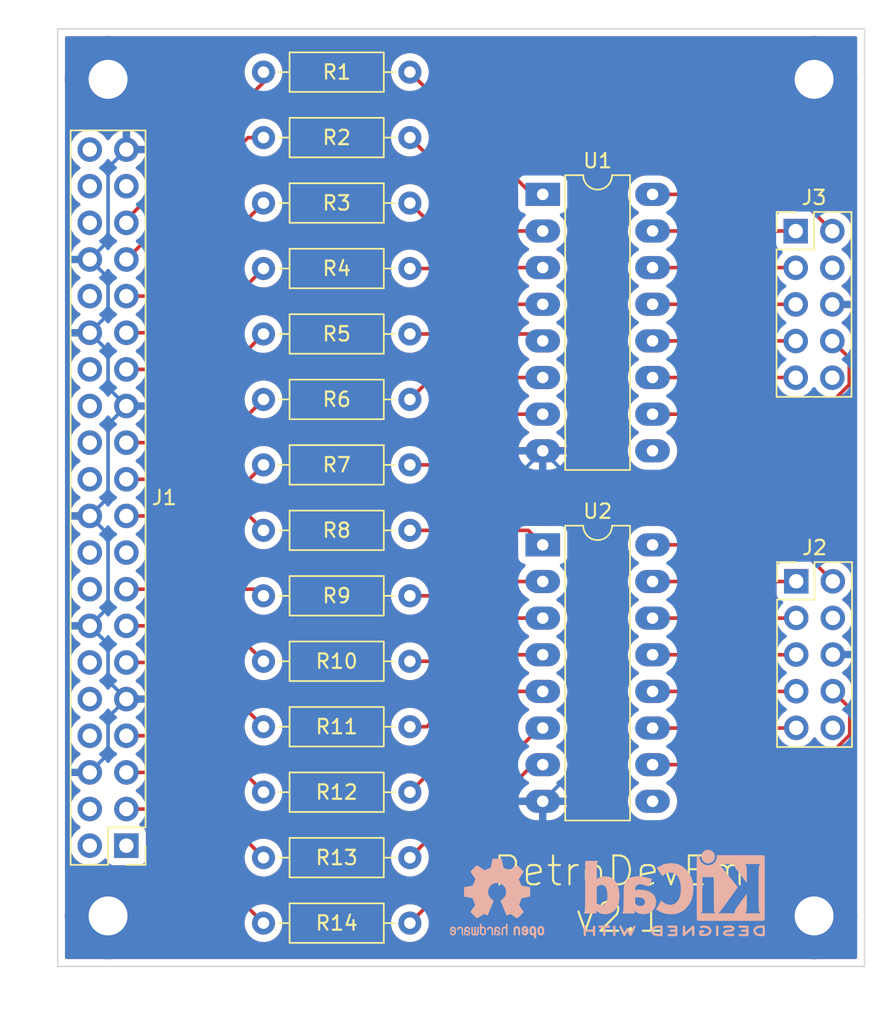
<source format=kicad_pcb>
(kicad_pcb (version 20211014) (generator pcbnew)
  (title_block (title "RetroDevEm") (date "2024-05-05") (rev "v2.1"))
  (layers (0 "F.Cu" signal) (31 "B.Cu" signal) (34 "B.Paste" user) (35 "F.Paste" user) (36 "B.SilkS" user "B.Silkscreen") (37 "F.SilkS" user "F.Silkscreen") (38 "B.Mask" user) (39 "F.Mask" user) (44 "Edge.Cuts" user))
  (net 0 "")
  (net 3 "Net-(J1-Pad3)")
  (net 5 "Net-(J1-Pad5)")
  (net 6 "GND")
  (net 7 "Net-(J1-Pad7)")
  (net 10 "Net-(J1-Pad11)")
  (net 12 "Net-(J1-Pad13)")
  (net 13 "Net-(J1-Pad15)")
  (net 17 "Net-(J1-Pad19)")
  (net 18 "Net-(J1-Pad21)")
  (net 20 "Net-(J1-Pad23)")
  (net 23 "Net-(J1-Pad27)")
  (net 25 "Net-(J1-Pad29)")
  (net 26 "Net-(J1-Pad31)")
  (net 28 "Net-(J1-Pad33)")
  (net 29 "Net-(J1-Pad35)")
  (net 33 "Net-(J2-Pad1)")
  (net 35 "Net-(J2-Pad2)")
  (net 36 "Net-(J2-Pad3)")
  (net 38 "Net-(J2-Pad5)")
  (net 39 "Net-(J2-Pad7)")
  (net 40 "Net-(J2-Pad8)")
  (net 42 "Net-(J2-Pad9)")
  (net 44 "Net-(J3-Pad1)")
  (net 45 "Net-(J3-Pad2)")
  (net 46 "Net-(J3-Pad3)")
  (net 47 "Net-(J3-Pad7)")
  (net 48 "Net-(J3-Pad5)")
  (net 49 "Net-(J3-Pad8)")
  (net 50 "Net-(R13-Pad2)")
  (net 52 "Net-(R1-Pad2)")
  (net 53 "Net-(R2-Pad2)")
  (net 54 "Net-(R3-Pad2)")
  (net 55 "Net-(R4-Pad2)")
  (net 56 "Net-(R5-Pad2)")
  (net 57 "Net-(R6-Pad2)")
  (net 58 "Net-(R7-Pad2)")
  (net 59 "Net-(R8-Pad2)")
  (net 60 "Net-(R9-Pad2)")
  (net 61 "Net-(R10-Pad2)")
  (net 62 "Net-(R11-Pad2)")
  (net 63 "Net-(R12-Pad2)")
  (net 64 "Net-(R14-Pad2)")
  (net 65 "Net-(J3-Pad9)")
  (footprint "Resistor_THT:R_Axial_DIN0207_L6.3mm_D2.5mm_P10.16mm_Horizontal" (layer "F.Cu") (at 114.286666 107.461532)
    (fp_text reference "R13" (at 5.08 0) (layer "F.SilkS"))
    (fp_text value "R")
    (pad "1" thru_hole circle (at 0 0) (size 1.6 1.6) (drill 0.8) (layers *.Cu *.Mask) (net 5 "Net-(J1-Pad5)"))
    (pad "2" thru_hole oval (at 10.16 0) (size 1.6 1.6) (drill 0.8) (layers *.Cu *.Mask) (net 50 "Net-(R13-Pad2)"))
  )
  (footprint "Resistor_THT:R_Axial_DIN0207_L6.3mm_D2.5mm_P10.16mm_Horizontal" (layer "F.Cu") (at 114.286666 98.38461)
    (fp_text reference "R11" (at 5.08 0) (layer "F.SilkS"))
    (fp_text value "R")
    (pad "1" thru_hole circle (at 0 0) (size 1.6 1.6) (drill 0.8) (layers *.Cu *.Mask) (net 10 "Net-(J1-Pad11)"))
    (pad "2" thru_hole oval (at 10.16 0) (size 1.6 1.6) (drill 0.8) (layers *.Cu *.Mask) (net 62 "Net-(R11-Pad2)"))
  )
  (footprint "Package_DIP:DIP-16_W7.62mm_LongPads" (layer "F.Cu") (at 133.666666 61.475)
    (fp_text reference "U1" (at 3.81 -2.33) (layer "F.SilkS"))
    (fp_text value "ULN2003A")
    (pad "1" thru_hole rect (at 0 0) (size 2.4 1.6) (drill 0.8) (layers *.Cu *.Mask) (net 52 "Net-(R1-Pad2)"))
    (pad "2" thru_hole oval (at 0 2.54) (size 2.4 1.6) (drill 0.8) (layers *.Cu *.Mask) (net 53 "Net-(R2-Pad2)"))
    (pad "3" thru_hole oval (at 0 5.08) (size 2.4 1.6) (drill 0.8) (layers *.Cu *.Mask) (net 54 "Net-(R3-Pad2)"))
    (pad "4" thru_hole oval (at 0 7.62) (size 2.4 1.6) (drill 0.8) (layers *.Cu *.Mask) (net 55 "Net-(R4-Pad2)"))
    (pad "5" thru_hole oval (at 0 10.16) (size 2.4 1.6) (drill 0.8) (layers *.Cu *.Mask) (net 56 "Net-(R5-Pad2)"))
    (pad "6" thru_hole oval (at 0 12.7) (size 2.4 1.6) (drill 0.8) (layers *.Cu *.Mask) (net 57 "Net-(R6-Pad2)"))
    (pad "7" thru_hole oval (at 0 15.24) (size 2.4 1.6) (drill 0.8) (layers *.Cu *.Mask) (net 58 "Net-(R7-Pad2)"))
    (pad "8" thru_hole oval (at 0 17.78) (size 2.4 1.6) (drill 0.8) (layers *.Cu *.Mask) (net 6 "GND"))
    (pad "9" thru_hole oval (at 7.62 17.78) (size 2.4 1.6) (drill 0.8) (layers *.Cu *.Mask))
    (pad "10" thru_hole oval (at 7.62 15.24) (size 2.4 1.6) (drill 0.8) (layers *.Cu *.Mask) (net 49 "Net-(J3-Pad8)"))
    (pad "11" thru_hole oval (at 7.62 12.7) (size 2.4 1.6) (drill 0.8) (layers *.Cu *.Mask) (net 65 "Net-(J3-Pad9)"))
    (pad "12" thru_hole oval (at 7.62 10.16) (size 2.4 1.6) (drill 0.8) (layers *.Cu *.Mask) (net 47 "Net-(J3-Pad7)"))
    (pad "13" thru_hole oval (at 7.62 7.62) (size 2.4 1.6) (drill 0.8) (layers *.Cu *.Mask) (net 48 "Net-(J3-Pad5)"))
    (pad "14" thru_hole oval (at 7.62 5.08) (size 2.4 1.6) (drill 0.8) (layers *.Cu *.Mask) (net 46 "Net-(J3-Pad3)"))
    (pad "15" thru_hole oval (at 7.62 2.54) (size 2.4 1.6) (drill 0.8) (layers *.Cu *.Mask) (net 44 "Net-(J3-Pad1)"))
    (pad "16" thru_hole oval (at 7.62 0) (size 2.4 1.6) (drill 0.8) (layers *.Cu *.Mask) (net 45 "Net-(J3-Pad2)"))
  )
  (footprint "Connector_PinHeader_2.54mm:PinHeader_2x05_P2.54mm_Vertical" (layer "F.Cu") (at 151.225 64.025)
    (fp_text reference "J3" (at 1.27 -2.33) (layer "F.SilkS"))
    (fp_text value "Joy 2")
    (pad "1" thru_hole rect (at 0 0) (size 1.7 1.7) (drill 1) (layers *.Cu *.Mask) (net 44 "Net-(J3-Pad1)"))
    (pad "2" thru_hole oval (at 2.54 0) (size 1.7 1.7) (drill 1) (layers *.Cu *.Mask) (net 45 "Net-(J3-Pad2)"))
    (pad "3" thru_hole oval (at 0 2.54) (size 1.7 1.7) (drill 1) (layers *.Cu *.Mask) (net 46 "Net-(J3-Pad3)"))
    (pad "4" thru_hole oval (at 2.54 2.54) (size 1.7 1.7) (drill 1) (layers *.Cu *.Mask))
    (pad "5" thru_hole oval (at 0 5.08) (size 1.7 1.7) (drill 1) (layers *.Cu *.Mask) (net 48 "Net-(J3-Pad5)"))
    (pad "6" thru_hole oval (at 2.54 5.08) (size 1.7 1.7) (drill 1) (layers *.Cu *.Mask) (net 6 "GND"))
    (pad "7" thru_hole oval (at 0 7.62) (size 1.7 1.7) (drill 1) (layers *.Cu *.Mask) (net 47 "Net-(J3-Pad7)"))
    (pad "8" thru_hole oval (at 2.54 7.62) (size 1.7 1.7) (drill 1) (layers *.Cu *.Mask) (net 49 "Net-(J3-Pad8)"))
    (pad "9" thru_hole oval (at 0 10.16) (size 1.7 1.7) (drill 1) (layers *.Cu *.Mask) (net 65 "Net-(J3-Pad9)"))
    (pad "10" thru_hole oval (at 2.54 10.16) (size 1.7 1.7) (drill 1) (layers *.Cu *.Mask))
  )
  (footprint "Resistor_THT:R_Axial_DIN0207_L6.3mm_D2.5mm_P10.16mm_Horizontal" (layer "F.Cu") (at 114.286666 57.538461)
    (fp_text reference "R2" (at 5.08 0) (layer "F.SilkS"))
    (fp_text value "R")
    (pad "1" thru_hole circle (at 0 0) (size 1.6 1.6) (drill 0.8) (layers *.Cu *.Mask) (net 28 "Net-(J1-Pad33)"))
    (pad "2" thru_hole oval (at 10.16 0) (size 1.6 1.6) (drill 0.8) (layers *.Cu *.Mask) (net 53 "Net-(R2-Pad2)"))
  )
  (footprint "Resistor_THT:R_Axial_DIN0207_L6.3mm_D2.5mm_P10.16mm_Horizontal" (layer "F.Cu") (at 114.286666 80.230766)
    (fp_text reference "R7" (at 5.08 0) (layer "F.SilkS"))
    (fp_text value "R")
    (pad "1" thru_hole circle (at 0 0) (size 1.6 1.6) (drill 0.8) (layers *.Cu *.Mask) (net 18 "Net-(J1-Pad21)"))
    (pad "2" thru_hole oval (at 10.16 0) (size 1.6 1.6) (drill 0.8) (layers *.Cu *.Mask) (net 58 "Net-(R7-Pad2)"))
  )
  (footprint "Resistor_THT:R_Axial_DIN0207_L6.3mm_D2.5mm_P10.16mm_Horizontal" (layer "F.Cu") (at 114.286666 53)
    (fp_text reference "R1" (at 5.08 0) (layer "F.SilkS"))
    (fp_text value "R")
    (pad "1" thru_hole circle (at 0 0) (size 1.6 1.6) (drill 0.8) (layers *.Cu *.Mask) (net 29 "Net-(J1-Pad35)"))
    (pad "2" thru_hole oval (at 10.16 0) (size 1.6 1.6) (drill 0.8) (layers *.Cu *.Mask) (net 52 "Net-(R1-Pad2)"))
  )
  (footprint "Resistor_THT:R_Axial_DIN0207_L6.3mm_D2.5mm_P10.16mm_Horizontal" (layer "F.Cu") (at 114.286666 93.846149)
    (fp_text reference "R10" (at 5.08 0) (layer "F.SilkS"))
    (fp_text value "R")
    (pad "1" thru_hole circle (at 0 0) (size 1.6 1.6) (drill 0.8) (layers *.Cu *.Mask) (net 12 "Net-(J1-Pad13)"))
    (pad "2" thru_hole oval (at 10.16 0) (size 1.6 1.6) (drill 0.8) (layers *.Cu *.Mask) (net 61 "Net-(R10-Pad2)"))
  )
  (footprint "Resistor_THT:R_Axial_DIN0207_L6.3mm_D2.5mm_P10.16mm_Horizontal" (layer "F.Cu") (at 114.286666 89.307688)
    (fp_text reference "R9" (at 5.08 0) (layer "F.SilkS"))
    (fp_text value "R")
    (pad "1" thru_hole circle (at 0 0) (size 1.6 1.6) (drill 0.8) (layers *.Cu *.Mask) (net 13 "Net-(J1-Pad15)"))
    (pad "2" thru_hole oval (at 10.16 0) (size 1.6 1.6) (drill 0.8) (layers *.Cu *.Mask) (net 60 "Net-(R9-Pad2)"))
  )
  (footprint "Connector_PinHeader_2.54mm:PinHeader_2x05_P2.54mm_Vertical" (layer "F.Cu") (at 151.26 88.3)
    (fp_text reference "J2" (at 1.27 -2.33) (layer "F.SilkS"))
    (fp_text value "Mouse / Joy 1")
    (pad "1" thru_hole rect (at 0 0) (size 1.7 1.7) (drill 1) (layers *.Cu *.Mask) (net 33 "Net-(J2-Pad1)"))
    (pad "2" thru_hole oval (at 2.54 0) (size 1.7 1.7) (drill 1) (layers *.Cu *.Mask) (net 35 "Net-(J2-Pad2)"))
    (pad "3" thru_hole oval (at 0 2.54) (size 1.7 1.7) (drill 1) (layers *.Cu *.Mask) (net 36 "Net-(J2-Pad3)"))
    (pad "4" thru_hole oval (at 2.54 2.54) (size 1.7 1.7) (drill 1) (layers *.Cu *.Mask))
    (pad "5" thru_hole oval (at 0 5.08) (size 1.7 1.7) (drill 1) (layers *.Cu *.Mask) (net 38 "Net-(J2-Pad5)"))
    (pad "6" thru_hole oval (at 2.54 5.08) (size 1.7 1.7) (drill 1) (layers *.Cu *.Mask) (net 6 "GND"))
    (pad "7" thru_hole oval (at 0 7.62) (size 1.7 1.7) (drill 1) (layers *.Cu *.Mask) (net 39 "Net-(J2-Pad7)"))
    (pad "8" thru_hole oval (at 2.54 7.62) (size 1.7 1.7) (drill 1) (layers *.Cu *.Mask) (net 40 "Net-(J2-Pad8)"))
    (pad "9" thru_hole oval (at 0 10.16) (size 1.7 1.7) (drill 1) (layers *.Cu *.Mask) (net 42 "Net-(J2-Pad9)"))
    (pad "10" thru_hole oval (at 2.54 10.16) (size 1.7 1.7) (drill 1) (layers *.Cu *.Mask))
  )
  (footprint "Resistor_THT:R_Axial_DIN0207_L6.3mm_D2.5mm_P10.16mm_Horizontal" (layer "F.Cu") (at 114.286666 66.615383)
    (fp_text reference "R4" (at 5.08 0) (layer "F.SilkS"))
    (fp_text value "R")
    (pad "1" thru_hole circle (at 0 0) (size 1.6 1.6) (drill 0.8) (layers *.Cu *.Mask) (net 25 "Net-(J1-Pad29)"))
    (pad "2" thru_hole oval (at 10.16 0) (size 1.6 1.6) (drill 0.8) (layers *.Cu *.Mask) (net 55 "Net-(R4-Pad2)"))
  )
  (footprint "Resistor_THT:R_Axial_DIN0207_L6.3mm_D2.5mm_P10.16mm_Horizontal" (layer "F.Cu") (at 114.286666 84.769227)
    (fp_text reference "R8" (at 5.08 0) (layer "F.SilkS"))
    (fp_text value "R")
    (pad "1" thru_hole circle (at 0 0) (size 1.6 1.6) (drill 0.8) (layers *.Cu *.Mask) (net 17 "Net-(J1-Pad19)"))
    (pad "2" thru_hole oval (at 10.16 0) (size 1.6 1.6) (drill 0.8) (layers *.Cu *.Mask) (net 59 "Net-(R8-Pad2)"))
  )
  (footprint "Connector_PinHeader_2.54mm:PinHeader_2x20_P2.54mm_Vertical" (layer "F.Cu") (at 104.77 106.63 180)
    (fp_text reference "J1" (at -2.63 24.13) (layer "F.SilkS"))
    (fp_text value "RPI conn")
    (pad "1" thru_hole rect (at 0 0 180) (size 1.7 1.7) (drill 1) (layers *.Cu *.Mask))
    (pad "2" thru_hole oval (at 2.54 0 180) (size 1.7 1.7) (drill 1) (layers *.Cu *.Mask))
    (pad "3" thru_hole oval (at 0 2.54 180) (size 1.7 1.7) (drill 1) (layers *.Cu *.Mask) (net 3 "Net-(J1-Pad3)"))
    (pad "4" thru_hole oval (at 2.54 2.54 180) (size 1.7 1.7) (drill 1) (layers *.Cu *.Mask))
    (pad "5" thru_hole oval (at 0 5.08 180) (size 1.7 1.7) (drill 1) (layers *.Cu *.Mask) (net 5 "Net-(J1-Pad5)"))
    (pad "6" thru_hole oval (at 2.54 5.08 180) (size 1.7 1.7) (drill 1) (layers *.Cu *.Mask) (net 6 "GND"))
    (pad "7" thru_hole oval (at 0 7.62 180) (size 1.7 1.7) (drill 1) (layers *.Cu *.Mask) (net 7 "Net-(J1-Pad7)"))
    (pad "8" thru_hole oval (at 2.54 7.62 180) (size 1.7 1.7) (drill 1) (layers *.Cu *.Mask))
    (pad "9" thru_hole oval (at 0 10.16 180) (size 1.7 1.7) (drill 1) (layers *.Cu *.Mask) (net 6 "GND"))
    (pad "10" thru_hole oval (at 2.54 10.16 180) (size 1.7 1.7) (drill 1) (layers *.Cu *.Mask))
    (pad "11" thru_hole oval (at 0 12.7 180) (size 1.7 1.7) (drill 1) (layers *.Cu *.Mask) (net 10 "Net-(J1-Pad11)"))
    (pad "12" thru_hole oval (at 2.54 12.7 180) (size 1.7 1.7) (drill 1) (layers *.Cu *.Mask))
    (pad "13" thru_hole oval (at 0 15.24 180) (size 1.7 1.7) (drill 1) (layers *.Cu *.Mask) (net 12 "Net-(J1-Pad13)"))
    (pad "14" thru_hole oval (at 2.54 15.24 180) (size 1.7 1.7) (drill 1) (layers *.Cu *.Mask) (net 6 "GND"))
    (pad "15" thru_hole oval (at 0 17.78 180) (size 1.7 1.7) (drill 1) (layers *.Cu *.Mask) (net 13 "Net-(J1-Pad15)"))
    (pad "16" thru_hole oval (at 2.54 17.78 180) (size 1.7 1.7) (drill 1) (layers *.Cu *.Mask))
    (pad "17" thru_hole oval (at 0 20.32 180) (size 1.7 1.7) (drill 1) (layers *.Cu *.Mask))
    (pad "18" thru_hole oval (at 2.54 20.32 180) (size 1.7 1.7) (drill 1) (layers *.Cu *.Mask))
    (pad "19" thru_hole oval (at 0 22.86 180) (size 1.7 1.7) (drill 1) (layers *.Cu *.Mask) (net 17 "Net-(J1-Pad19)"))
    (pad "20" thru_hole oval (at 2.54 22.86 180) (size 1.7 1.7) (drill 1) (layers *.Cu *.Mask) (net 6 "GND"))
    (pad "21" thru_hole oval (at 0 25.4 180) (size 1.7 1.7) (drill 1) (layers *.Cu *.Mask) (net 18 "Net-(J1-Pad21)"))
    (pad "22" thru_hole oval (at 2.54 25.4 180) (size 1.7 1.7) (drill 1) (layers *.Cu *.Mask))
    (pad "23" thru_hole oval (at 0 27.94 180) (size 1.7 1.7) (drill 1) (layers *.Cu *.Mask) (net 20 "Net-(J1-Pad23)"))
    (pad "24" thru_hole oval (at 2.54 27.94 180) (size 1.7 1.7) (drill 1) (layers *.Cu *.Mask))
    (pad "25" thru_hole oval (at 0 30.48 180) (size 1.7 1.7) (drill 1) (layers *.Cu *.Mask) (net 6 "GND"))
    (pad "26" thru_hole oval (at 2.54 30.48 180) (size 1.7 1.7) (drill 1) (layers *.Cu *.Mask))
    (pad "27" thru_hole oval (at 0 33.02 180) (size 1.7 1.7) (drill 1) (layers *.Cu *.Mask) (net 23 "Net-(J1-Pad27)"))
    (pad "28" thru_hole oval (at 2.54 33.02 180) (size 1.7 1.7) (drill 1) (layers *.Cu *.Mask))
    (pad "29" thru_hole oval (at 0 35.56 180) (size 1.7 1.7) (drill 1) (layers *.Cu *.Mask) (net 25 "Net-(J1-Pad29)"))
    (pad "30" thru_hole oval (at 2.54 35.56 180) (size 1.7 1.7) (drill 1) (layers *.Cu *.Mask) (net 6 "GND"))
    (pad "31" thru_hole oval (at 0 38.1 180) (size 1.7 1.7) (drill 1) (layers *.Cu *.Mask) (net 26 "Net-(J1-Pad31)"))
    (pad "32" thru_hole oval (at 2.54 38.1 180) (size 1.7 1.7) (drill 1) (layers *.Cu *.Mask))
    (pad "33" thru_hole oval (at 0 40.64 180) (size 1.7 1.7) (drill 1) (layers *.Cu *.Mask) (net 28 "Net-(J1-Pad33)"))
    (pad "34" thru_hole oval (at 2.54 40.64 180) (size 1.7 1.7) (drill 1) (layers *.Cu *.Mask) (net 6 "GND"))
    (pad "35" thru_hole oval (at 0 43.18 180) (size 1.7 1.7) (drill 1) (layers *.Cu *.Mask) (net 29 "Net-(J1-Pad35)"))
    (pad "36" thru_hole oval (at 2.54 43.18 180) (size 1.7 1.7) (drill 1) (layers *.Cu *.Mask))
    (pad "37" thru_hole oval (at 0 45.72 180) (size 1.7 1.7) (drill 1) (layers *.Cu *.Mask))
    (pad "38" thru_hole oval (at 2.54 45.72 180) (size 1.7 1.7) (drill 1) (layers *.Cu *.Mask))
    (pad "39" thru_hole oval (at 0 48.26 180) (size 1.7 1.7) (drill 1) (layers *.Cu *.Mask) (net 6 "GND"))
    (pad "40" thru_hole oval (at 2.54 48.26 180) (size 1.7 1.7) (drill 1) (layers *.Cu *.Mask))
  )
  (footprint "Resistor_THT:R_Axial_DIN0207_L6.3mm_D2.5mm_P10.16mm_Horizontal" (layer "F.Cu") (at 114.286666 71.153844)
    (fp_text reference "R5" (at 5.08 0) (layer "F.SilkS"))
    (fp_text value "R")
    (pad "1" thru_hole circle (at 0 0) (size 1.6 1.6) (drill 0.8) (layers *.Cu *.Mask) (net 23 "Net-(J1-Pad27)"))
    (pad "2" thru_hole oval (at 10.16 0) (size 1.6 1.6) (drill 0.8) (layers *.Cu *.Mask) (net 56 "Net-(R5-Pad2)"))
  )
  (footprint "Resistor_THT:R_Axial_DIN0207_L6.3mm_D2.5mm_P10.16mm_Horizontal" (layer "F.Cu") (at 114.286666 112)
    (fp_text reference "R14" (at 5.08 0) (layer "F.SilkS"))
    (fp_text value "R")
    (pad "1" thru_hole circle (at 0 0) (size 1.6 1.6) (drill 0.8) (layers *.Cu *.Mask) (net 3 "Net-(J1-Pad3)"))
    (pad "2" thru_hole oval (at 10.16 0) (size 1.6 1.6) (drill 0.8) (layers *.Cu *.Mask) (net 64 "Net-(R14-Pad2)"))
  )
  (footprint "Resistor_THT:R_Axial_DIN0207_L6.3mm_D2.5mm_P10.16mm_Horizontal" (layer "F.Cu") (at 114.286666 102.923071)
    (fp_text reference "R12" (at 5.08 0) (layer "F.SilkS"))
    (fp_text value "R")
    (pad "1" thru_hole circle (at 0 0) (size 1.6 1.6) (drill 0.8) (layers *.Cu *.Mask) (net 7 "Net-(J1-Pad7)"))
    (pad "2" thru_hole oval (at 10.16 0) (size 1.6 1.6) (drill 0.8) (layers *.Cu *.Mask) (net 63 "Net-(R12-Pad2)"))
  )
  (footprint "Package_DIP:DIP-16_W7.62mm_LongPads" (layer "F.Cu") (at 133.666666 85.774999)
    (fp_text reference "U2" (at 3.81 -2.33) (layer "F.SilkS"))
    (fp_text value "ULN2003A")
    (pad "1" thru_hole rect (at 0 0) (size 2.4 1.6) (drill 0.8) (layers *.Cu *.Mask) (net 59 "Net-(R8-Pad2)"))
    (pad "2" thru_hole oval (at 0 2.54) (size 2.4 1.6) (drill 0.8) (layers *.Cu *.Mask) (net 60 "Net-(R9-Pad2)"))
    (pad "3" thru_hole oval (at 0 5.08) (size 2.4 1.6) (drill 0.8) (layers *.Cu *.Mask) (net 61 "Net-(R10-Pad2)"))
    (pad "4" thru_hole oval (at 0 7.62) (size 2.4 1.6) (drill 0.8) (layers *.Cu *.Mask) (net 62 "Net-(R11-Pad2)"))
    (pad "5" thru_hole oval (at 0 10.16) (size 2.4 1.6) (drill 0.8) (layers *.Cu *.Mask) (net 63 "Net-(R12-Pad2)"))
    (pad "6" thru_hole oval (at 0 12.7) (size 2.4 1.6) (drill 0.8) (layers *.Cu *.Mask) (net 50 "Net-(R13-Pad2)"))
    (pad "7" thru_hole oval (at 0 15.24) (size 2.4 1.6) (drill 0.8) (layers *.Cu *.Mask) (net 64 "Net-(R14-Pad2)"))
    (pad "8" thru_hole oval (at 0 17.78) (size 2.4 1.6) (drill 0.8) (layers *.Cu *.Mask) (net 6 "GND"))
    (pad "9" thru_hole oval (at 7.62 17.78) (size 2.4 1.6) (drill 0.8) (layers *.Cu *.Mask))
    (pad "10" thru_hole oval (at 7.62 15.24) (size 2.4 1.6) (drill 0.8) (layers *.Cu *.Mask) (net 40 "Net-(J2-Pad8)"))
    (pad "11" thru_hole oval (at 7.62 12.7) (size 2.4 1.6) (drill 0.8) (layers *.Cu *.Mask) (net 42 "Net-(J2-Pad9)"))
    (pad "12" thru_hole oval (at 7.62 10.16) (size 2.4 1.6) (drill 0.8) (layers *.Cu *.Mask) (net 39 "Net-(J2-Pad7)"))
    (pad "13" thru_hole oval (at 7.62 7.62) (size 2.4 1.6) (drill 0.8) (layers *.Cu *.Mask) (net 38 "Net-(J2-Pad5)"))
    (pad "14" thru_hole oval (at 7.62 5.08) (size 2.4 1.6) (drill 0.8) (layers *.Cu *.Mask) (net 36 "Net-(J2-Pad3)"))
    (pad "15" thru_hole oval (at 7.62 2.54) (size 2.4 1.6) (drill 0.8) (layers *.Cu *.Mask) (net 33 "Net-(J2-Pad1)"))
    (pad "16" thru_hole oval (at 7.62 0) (size 2.4 1.6) (drill 0.8) (layers *.Cu *.Mask) (net 35 "Net-(J2-Pad2)"))
  )
  (footprint "Resistor_THT:R_Axial_DIN0207_L6.3mm_D2.5mm_P10.16mm_Horizontal" (layer "F.Cu") (at 114.286666 75.692305)
    (fp_text reference "R6" (at 5.08 0) (layer "F.SilkS"))
    (fp_text value "R")
    (pad "1" thru_hole circle (at 0 0) (size 1.6 1.6) (drill 0.8) (layers *.Cu *.Mask) (net 20 "Net-(J1-Pad23)"))
    (pad "2" thru_hole oval (at 10.16 0) (size 1.6 1.6) (drill 0.8) (layers *.Cu *.Mask) (net 57 "Net-(R6-Pad2)"))
  )
  (footprint "Resistor_THT:R_Axial_DIN0207_L6.3mm_D2.5mm_P10.16mm_Horizontal" (layer "F.Cu") (at 114.286666 62.076922)
    (fp_text reference "R3" (at 5.08 0) (layer "F.SilkS"))
    (fp_text value "R")
    (pad "1" thru_hole circle (at 0 0) (size 1.6 1.6) (drill 0.8) (layers *.Cu *.Mask) (net 26 "Net-(J1-Pad31)"))
    (pad "2" thru_hole oval (at 10.16 0) (size 1.6 1.6) (drill 0.8) (layers *.Cu *.Mask) (net 54 "Net-(R3-Pad2)"))
  )
  (footprint "Symbol:OSHW-Logo2_7.3x6mm_SilkScreen" (layer "B.Cu") (at 130.5 110.3 180)
    (fp_text reference "REF**" hide)
    (fp_text value "OSHW-Logo2_7.3x6mm_SilkScreen" hide)
  )
  (footprint "Symbol:KiCad-Logo2_5mm_SilkScreen" (layer "B.Cu") (at 142.8 109.9 180)
    (fp_text reference "REF**" hide)
    (fp_text value "KiCad-Logo2_5mm_SilkScreen" hide)
  )
  (gr_rect (start 100 50) (end 156 115) (layer "Edge.Cuts") (width 0.1) (fill none))
  (gr_text "RetroDevEm\nv2.1" (at 139 110) (layer "F.SilkS") (effects (font (size 2 2))))
  (segment (start 104.77 104.09) (end 106.376666 104.09) (width 0.25) (layer "F.Cu") (net 3))
  (segment (start 106.376666 104.09) (end 114.286666 112) (width 0.25) (layer "F.Cu") (net 3))
  (segment (start 108.375134 101.55) (end 114.286666 107.461532) (width 0.25) (layer "F.Cu") (net 5))
  (segment (start 104.77 101.55) (end 108.375134 101.55) (width 0.25) (layer "F.Cu") (net 5))
  (via (at 152.5 53.5) (size 6) (drill 2.7) (layers "F.Cu" "B.Cu") (net 6))
  (via (at 103.5 53.5) (size 6) (drill 2.7) (layers "F.Cu" "B.Cu") (net 6))
  (via (at 103.5 111.5) (size 6) (drill 2.7) (layers "F.Cu" "B.Cu") (net 6))
  (via (at 152.5 111.5) (size 6) (drill 2.7) (layers "F.Cu" "B.Cu") (net 6))
  (segment (start 103.5 85.04) (end 102.23 83.77) (width 0.25) (layer "B.Cu") (net 6))
  (segment (start 136.411666 82) (end 133.666666 79.255) (width 0.25) (layer "B.Cu") (net 6))
  (segment (start 113 83) (end 106.15 76.15) (width 0.25) (layer "B.Cu") (net 6))
  (segment (start 103.5 77.42) (end 103.5 82.5) (width 0.25) (layer "B.Cu") (net 6))
  (segment (start 103.5 97.74) (end 104.77 96.47) (width 0.25) (layer "B.Cu") (net 6))
  (segment (start 102.23 91.39) (end 103.5 90.12) (width 0.25) (layer "B.Cu") (net 6))
  (segment (start 104.77 76.15) (end 103.5 77.42) (width 0.25) (layer "B.Cu") (net 6))
  (segment (start 136.411666 100.809999) (end 136.411666 82) (width 0.25) (layer "B.Cu") (net 6))
  (segment (start 103.5 72.34) (end 102.23 71.07) (width 0.25) (layer "B.Cu") (net 6))
  (segment (start 129.921666 83) (end 113 83) (width 0.25) (layer "B.Cu") (net 6))
  (segment (start 106.15 76.15) (end 104.77 76.15) (width 0.25) (layer "B.Cu") (net 6))
  (segment (start 103.5 92.66) (end 102.23 91.39) (width 0.25) (layer "B.Cu") (net 6))
  (segment (start 133.666666 79.255) (end 129.921666 83) (width 0.25) (layer "B.Cu") (net 6))
  (segment (start 103.5 74.88) (end 103.5 72.34) (width 0.25) (layer "B.Cu") (net 6))
  (segment (start 103.5 64.72) (end 102.23 65.99) (width 0.25) (layer "B.Cu") (net 6))
  (segment (start 102.23 65.99) (end 103.5 67.26) (width 0.25) (layer "B.Cu") (net 6))
  (segment (start 104.77 58.37) (end 103.5 59.64) (width 0.25) (layer "B.Cu") (net 6))
  (segment (start 103.5 69.8) (end 102.23 71.07) (width 0.25) (layer "B.Cu") (net 6))
  (segment (start 102.23 101.55) (end 103.5 100.28) (width 0.25) (layer "B.Cu") (net 6))
  (segment (start 104.77 76.15) (end 103.5 74.88) (width 0.25) (layer "B.Cu") (net 6))
  (segment (start 103.5 82.5) (end 102.23 83.77) (width 0.25) (layer "B.Cu") (net 6))
  (segment (start 103.5 100.28) (end 103.5 97.74) (width 0.25) (layer "B.Cu") (net 6))
  (segment (start 104.77 96.47) (end 103.5 95.2) (width 0.25) (layer "B.Cu") (net 6))
  (segment (start 133.666666 103.554999) (end 136.411666 100.809999) (width 0.25) (layer "B.Cu") (net 6))
  (segment (start 103.5 67.26) (end 103.5 69.8) (width 0.25) (layer "B.Cu") (net 6))
  (segment (start 103.5 90.12) (end 103.5 85.04) (width 0.25) (layer "B.Cu") (net 6))
  (segment (start 103.5 95.2) (end 103.5 92.66) (width 0.25) (layer "B.Cu") (net 6))
  (segment (start 103.5 59.64) (end 103.5 64.72) (width 0.25) (layer "B.Cu") (net 6))
  (segment (start 104.77 99.01) (end 110.373595 99.01) (width 0.25) (layer "F.Cu") (net 7))
  (segment (start 110.373595 99.01) (end 114.286666 102.923071) (width 0.25) (layer "F.Cu") (net 7))
  (segment (start 109.832056 93.93) (end 114.286666 98.38461) (width 0.25) (layer "F.Cu") (net 10))
  (segment (start 104.77 93.93) (end 109.832056 93.93) (width 0.25) (layer "F.Cu") (net 10))
  (segment (start 104.77 91.39) (end 111.830517 91.39) (width 0.25) (layer "F.Cu") (net 12))
  (segment (start 111.830517 91.39) (end 114.286666 93.846149) (width 0.25) (layer "F.Cu") (net 12))
  (segment (start 104.77 88.85) (end 113.828978 88.85) (width 0.25) (layer "F.Cu") (net 13))
  (segment (start 113.828978 88.85) (end 114.286666 89.307688) (width 0.25) (layer "F.Cu") (net 13))
  (segment (start 113.287439 83.77) (end 114.286666 84.769227) (width 0.25) (layer "F.Cu") (net 17))
  (segment (start 104.77 83.77) (end 113.287439 83.77) (width 0.25) (layer "F.Cu") (net 17))
  (segment (start 113.287432 81.23) (end 114.286666 80.230766) (width 0.25) (layer "F.Cu") (net 18))
  (segment (start 104.77 81.23) (end 113.287432 81.23) (width 0.25) (layer "F.Cu") (net 18))
  (segment (start 111.288971 78.69) (end 114.286666 75.692305) (width 0.25) (layer "F.Cu") (net 20))
  (segment (start 104.77 78.69) (end 111.288971 78.69) (width 0.25) (layer "F.Cu") (net 20))
  (segment (start 104.77 73.61) (end 111.83051 73.61) (width 0.25) (layer "F.Cu") (net 23))
  (segment (start 111.83051 73.61) (end 114.286666 71.153844) (width 0.25) (layer "F.Cu") (net 23))
  (segment (start 109.832049 71.07) (end 114.286666 66.615383) (width 0.25) (layer "F.Cu") (net 25))
  (segment (start 104.77 71.07) (end 109.832049 71.07) (width 0.25) (layer "F.Cu") (net 25))
  (segment (start 107.833588 68.53) (end 114.286666 62.076922) (width 0.25) (layer "F.Cu") (net 26))
  (segment (start 104.77 68.53) (end 107.833588 68.53) (width 0.25) (layer "F.Cu") (net 26))
  (segment (start 113.221539 57.538461) (end 114.286666 57.538461) (width 0.25) (layer "F.Cu") (net 28))
  (segment (start 104.77 65.99) (end 113.221539 57.538461) (width 0.25) (layer "F.Cu") (net 28))
  (segment (start 114.286666 53.713334) (end 114.286666 53) (width 0.25) (layer "F.Cu") (net 29))
  (segment (start 104.77 63.45) (end 104.77 63.23) (width 0.25) (layer "F.Cu") (net 29))
  (segment (start 104.77 63.23) (end 114.286666 53.713334) (width 0.25) (layer "F.Cu") (net 29))
  (segment (start 141.286666 88.314999) (end 151.245001 88.314999) (width 0.25) (layer "F.Cu") (net 33))
  (segment (start 151.245001 88.314999) (end 151.26 88.3) (width 0.25) (layer "F.Cu") (net 33))
  (segment (start 141.286666 85.774999) (end 151.274999 85.774999) (width 0.25) (layer "F.Cu") (net 35))
  (segment (start 151.274999 85.774999) (end 153.8 88.3) (width 0.25) (layer "F.Cu") (net 35))
  (segment (start 151.245001 90.854999) (end 151.26 90.84) (width 0.25) (layer "F.Cu") (net 36))
  (segment (start 141.286666 90.854999) (end 151.245001 90.854999) (width 0.25) (layer "F.Cu") (net 36))
  (segment (start 141.286666 93.394999) (end 151.245001 93.394999) (width 0.25) (layer "F.Cu") (net 38))
  (segment (start 151.245001 93.394999) (end 151.26 93.38) (width 0.25) (layer "F.Cu") (net 38))
  (segment (start 151.245001 95.934999) (end 151.26 95.92) (width 0.25) (layer "F.Cu") (net 39))
  (segment (start 141.286666 95.934999) (end 151.245001 95.934999) (width 0.25) (layer "F.Cu") (net 39))
  (segment (start 154.975 97.095) (end 153.8 95.92) (width 0.25) (layer "F.Cu") (net 40))
  (segment (start 141.286666 101.014999) (end 152.906702 101.014999) (width 0.25) (layer "F.Cu") (net 40))
  (segment (start 152.906702 101.014999) (end 154.975 98.946701) (width 0.25) (layer "F.Cu") (net 40))
  (segment (start 154.975 98.946701) (end 154.975 97.095) (width 0.25) (layer "F.Cu") (net 40))
  (segment (start 151.245001 98.474999) (end 151.26 98.46) (width 0.25) (layer "F.Cu") (net 42))
  (segment (start 141.286666 98.474999) (end 151.245001 98.474999) (width 0.25) (layer "F.Cu") (net 42))
  (segment (start 141.286666 64.015) (end 151.215 64.015) (width 0.25) (layer "F.Cu") (net 44))
  (segment (start 151.215 64.015) (end 151.225 64.025) (width 0.25) (layer "F.Cu") (net 44))
  (segment (start 151.215 61.475) (end 153.765 64.025) (width 0.25) (layer "F.Cu") (net 45))
  (segment (start 141.286666 61.475) (end 151.215 61.475) (width 0.25) (layer "F.Cu") (net 45))
  (segment (start 141.286666 66.555) (end 151.215 66.555) (width 0.25) (layer "F.Cu") (net 46))
  (segment (start 151.215 66.555) (end 151.225 66.565) (width 0.25) (layer "F.Cu") (net 46))
  (segment (start 151.215 71.635) (end 151.225 71.645) (width 0.25) (layer "F.Cu") (net 47))
  (segment (start 141.286666 71.635) (end 151.215 71.635) (width 0.25) (layer "F.Cu") (net 47))
  (segment (start 141.286666 69.095) (end 151.215 69.095) (width 0.25) (layer "F.Cu") (net 48))
  (segment (start 151.215 69.095) (end 151.225 69.105) (width 0.25) (layer "F.Cu") (net 48))
  (segment (start 154.94 72.82) (end 153.765 71.645) (width 0.25) (layer "F.Cu") (net 49))
  (segment (start 141.286666 76.715) (end 152.896701 76.715) (width 0.25) (layer "F.Cu") (net 49))
  (segment (start 152.896701 76.715) (end 154.94 74.671701) (width 0.25) (layer "F.Cu") (net 49))
  (segment (start 154.94 74.671701) (end 154.94 72.82) (width 0.25) (layer "F.Cu") (net 49))
  (segment (start 124.446666 107.461532) (end 133.433199 98.474999) (width 0.25) (layer "F.Cu") (net 50))
  (segment (start 133.433199 98.474999) (end 133.666666 98.474999) (width 0.25) (layer "F.Cu") (net 50))
  (segment (start 124.446666 53) (end 132.921666 61.475) (width 0.25) (layer "F.Cu") (net 52))
  (segment (start 132.921666 61.475) (end 133.666666 61.475) (width 0.25) (layer "F.Cu") (net 52))
  (segment (start 131.015 64.015) (end 133.666666 64.015) (width 0.25) (layer "F.Cu") (net 53))
  (segment (start 130.908205 64) (end 131 64) (width 0.25) (layer "F.Cu") (net 53))
  (segment (start 124.446666 57.538461) (end 130.908205 64) (width 0.25) (layer "F.Cu") (net 53))
  (segment (start 131 64) (end 131.015 64.015) (width 0.25) (layer "F.Cu") (net 53))
  (segment (start 128.924744 66.555) (end 133.666666 66.555) (width 0.25) (layer "F.Cu") (net 54))
  (segment (start 124.446666 62.076922) (end 128.924744 66.555) (width 0.25) (layer "F.Cu") (net 54))
  (segment (start 126.615383 66.615383) (end 129.095 69.095) (width 0.25) (layer "F.Cu") (net 55))
  (segment (start 124.446666 66.615383) (end 126.615383 66.615383) (width 0.25) (layer "F.Cu") (net 55))
  (segment (start 129.095 69.095) (end 133.666666 69.095) (width 0.25) (layer "F.Cu") (net 55))
  (segment (start 133.18551 71.153844) (end 133.666666 71.635) (width 0.25) (layer "F.Cu") (net 56))
  (segment (start 124.446666 71.153844) (end 133.18551 71.153844) (width 0.25) (layer "F.Cu") (net 56))
  (segment (start 125.963971 74.175) (end 124.446666 75.692305) (width 0.25) (layer "F.Cu") (net 57))
  (segment (start 133.666666 74.175) (end 125.963971 74.175) (width 0.25) (layer "F.Cu") (net 57))
  (segment (start 130.285 76.715) (end 133.666666 76.715) (width 0.25) (layer "F.Cu") (net 58))
  (segment (start 124.446666 80.230766) (end 126.769234 80.230766) (width 0.25) (layer "F.Cu") (net 58))
  (segment (start 126.769234 80.230766) (end 130.285 76.715) (width 0.25) (layer "F.Cu") (net 58))
  (segment (start 132.660894 84.769227) (end 133.666666 85.774999) (width 0.25) (layer "F.Cu") (net 59))
  (segment (start 124.446666 84.769227) (end 132.660894 84.769227) (width 0.25) (layer "F.Cu") (net 59))
  (segment (start 129.685001 88.314999) (end 133.666666 88.314999) (width 0.25) (layer "F.Cu") (net 60))
  (segment (start 124.446666 89.307688) (end 128.692312 89.307688) (width 0.25) (layer "F.Cu") (net 60))
  (segment (start 128.692312 89.307688) (end 129.685001 88.314999) (width 0.25) (layer "F.Cu") (net 60))
  (segment (start 127.153851 93.846149) (end 130.145001 90.854999) (width 0.25) (layer "F.Cu") (net 61))
  (segment (start 124.446666 93.846149) (end 127.153851 93.846149) (width 0.25) (layer "F.Cu") (net 61))
  (segment (start 130.145001 90.854999) (end 133.666666 90.854999) (width 0.25) (layer "F.Cu") (net 61))
  (segment (start 124.446666 98.38461) (end 125.61539 98.38461) (width 0.25) (layer "F.Cu") (net 62))
  (segment (start 125.61539 98.38461) (end 130.605001 93.394999) (width 0.25) (layer "F.Cu") (net 62))
  (segment (start 130.605001 93.394999) (end 133.666666 93.394999) (width 0.25) (layer "F.Cu") (net 62))
  (segment (start 133.666666 95.934999) (end 131.434738 95.934999) (width 0.25) (layer "F.Cu") (net 63))
  (segment (start 131.434738 95.934999) (end 124.446666 102.923071) (width 0.25) (layer "F.Cu") (net 63))
  (segment (start 128 106) (end 132.985001 101.014999) (width 0.25) (layer "F.Cu") (net 64))
  (segment (start 128 108.446666) (end 128 106) (width 0.25) (layer "F.Cu") (net 64))
  (segment (start 132.985001 101.014999) (end 133.666666 101.014999) (width 0.25) (layer "F.Cu") (net 64))
  (segment (start 124.446666 112) (end 128 108.446666) (width 0.25) (layer "F.Cu") (net 64))
  (segment (start 151.215 74.175) (end 151.225 74.185) (width 0.25) (layer "F.Cu") (net 65))
  (segment (start 141.286666 74.175) (end 151.215 74.175) (width 0.25) (layer "F.Cu") (net 65))
  (zone (net 6) (net_name "GND") (layers F&B.Cu) (connect_pads (clearance 0.508)) (min_thickness 0.254) (fill yes (thermal_gap 0.508) (thermal_bridge_width 0.508))
    (polygon (pts (xy 158 119) (xy 96 117) (xy 98 48) (xy 158 48)))
  )
)
</source>
